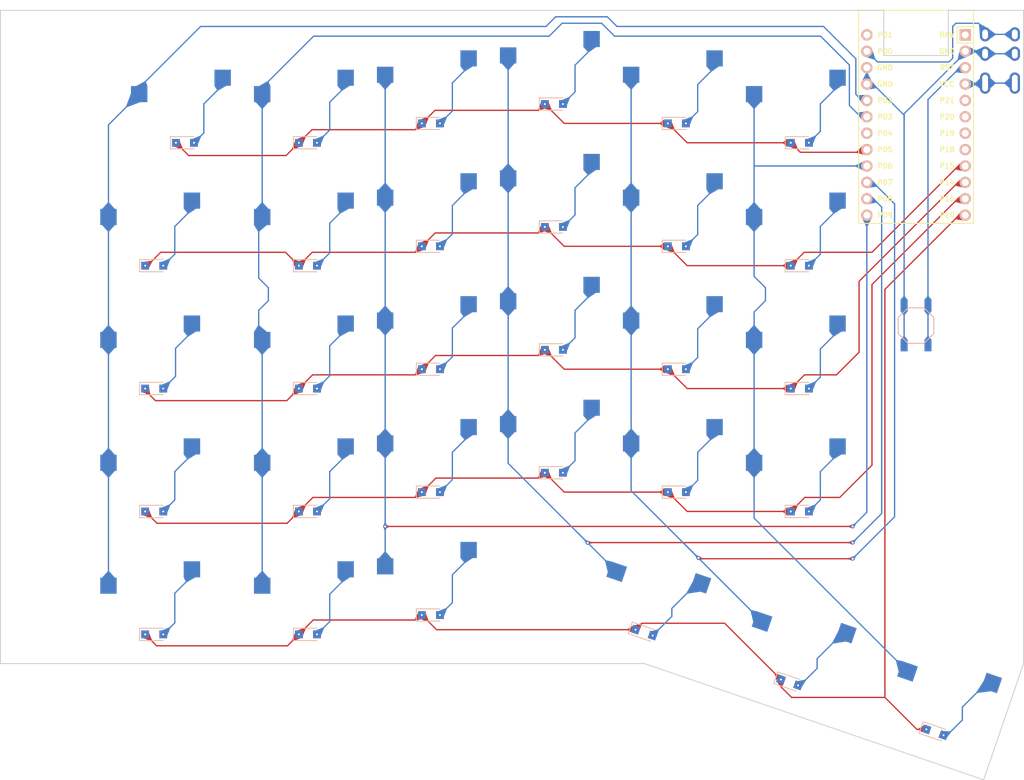
<source format=kicad_pcb>
(kicad_pcb (version 20240108) (generator "pcbnew") (generator_version "8.0")
  (title_block (title "left") (date "2025-06-02") (rev "v1.0.0") (company "Unknown"))
  (layers (0 "F.Cu" signal) (31 "B.Cu" signal) (34 "B.Paste" user) (35 "F.Paste" user) (36 "B.SilkS" user "B.Silkscreen") (37 "F.SilkS" user "F.Silkscreen") (38 "B.Mask" user) (39 "F.Mask" user) (44 "Edge.Cuts" user))
  (net 0 "")
  (net 1 "zero_meta")
  (net 2 "P10")
  (net 3 "zero_bottom")
  (net 4 "P16")
  (net 5 "zero_home")
  (net 6 "P14")
  (net 7 "zero_top")
  (net 8 "P15")
  (net 9 "zero_number")
  (net 10 "P5")
  (net 11 "one_meta")
  (net 12 "one_bottom")
  (net 13 "one_home")
  (net 14 "one_top")
  (net 15 "one_number")
  (net 16 "two_meta")
  (net 17 "two_bottom")
  (net 18 "two_home")
  (net 19 "two_top")
  (net 20 "two_number")
  (net 21 "three_bottom")
  (net 22 "three_home")
  (net 23 "three_top")
  (net 24 "three_number")
  (net 25 "four_bottom")
  (net 26 "four_home")
  (net 27 "four_top")
  (net 28 "four_number")
  (net 29 "five_bottom")
  (net 30 "five_home")
  (net 31 "five_top")
  (net 32 "five_number")
  (net 33 "three_meta")
  (net 34 "four_meta")
  (net 35 "five_meta")
  (net 36 "P2")
  (net 37 "P3")
  (net 38 "P9")
  (net 39 "P8")
  (net 40 "P7")
  (net 41 "P6")
  (net 42 "RAW")
  (net 43 "GND")
  (net 44 "RST")
  (net 45 "VCC")
  (net 46 "P21")
  (net 47 "P20")
  (net 48 "P19")
  (net 49 "P18")
  (net 50 "P1")
  (net 51 "P0")
  (net 52 "P4")
  (footprint "E73:SW_TACT_ALPS_SKQGABE010" (layer "F.Cu") (at 181.825 148.8625 90)
    (property "Reference" "B1" (hide yes))
    (property "Value" "" (hide yes))
  )
  (footprint "Diode_SMD:Nexperia_CFP3_SOD-123W" (layer "F.Cu") (at 106.675 193.725)
    (property "Reference" "D11" (hide yes))
    (property "Value" "Nexperia_CFP3_SOD-123W" (hide yes))
  )
  (footprint "MX" (layer "F.Cu") (at 125.725 109.525)
    (property "Reference" "S19" (hide yes))
    (property "Value" "" (hide yes))
  )
  (footprint "Diode_SMD:Nexperia_CFP3_SOD-123W" (layer "F.Cu") (at 125.725 133.575)
    (property "Reference" "D18" (hide yes))
    (property "Value" "Nexperia_CFP3_SOD-123W" (hide yes))
  )
  (footprint "Diode_SMD:Nexperia_CFP3_SOD-123W" (layer "F.Cu") (at 87.625 158.625)
    (property "Reference" "D8" (hide yes))
    (property "Value" "Nexperia_CFP3_SOD-123W" (hide yes))
  )
  (footprint "ceoloide:mounting_hole_npth" (layer "F.Cu") (at 154.975 144.1)
    (property "Reference" "MH3" (hide yes))
    (property "Value" "")
  )
  (footprint "Diode_SMD:Nexperia_CFP3_SOD-123W" (layer "F.Cu") (at 63.8125 196.725)
    (property "Reference" "D1" (hide yes))
    (property "Value" "Nexperia_CFP3_SOD-123W" (hide yes))
  )
  (footprint "MX" (layer "F.Cu") (at 106.675 150.625)
    (property "Reference" "S13" (hide yes))
    (property "Value" "" (hide yes))
  )
  (footprint "MX" (layer "F.Cu") (at 87.625 153.625)
    (property "Reference" "S8" (hide yes))
    (property "Value" "" (hide yes))
  )
  (footprint "Diode_SMD:Nexperia_CFP3_SOD-123W" (layer "F.Cu") (at 144.775 117.525)
    (property "Reference" "D23" (hide yes))
    (property "Value" "Nexperia_CFP3_SOD-123W" (hide yes))
  )
  (footprint "MX" (layer "F.Cu") (at 163.825 115.525)
    (property "Reference" "S27" (hide yes))
    (property "Value" "" (hide yes))
  )
  (footprint "MX" (layer "F.Cu") (at 106.675 169.675)
    (property "Reference" "S12" (hide yes))
    (property "Value" "" (hide yes))
  )
  (footprint "MX" (layer "F.Cu") (at 125.725 128.575)
    (property "Reference" "S18" (hide yes))
    (property "Value" "" (hide yes))
  )
  (footprint "MX" (layer "F.Cu") (at 63.8125 191.725)
    (property "Reference" "S1" (hide yes))
    (property "Value" "" (hide yes))
  )
  (footprint "Diode_SMD:Nexperia_CFP3_SOD-123W" (layer "F.Cu") (at 87.625 177.675)
    (property "Reference" "D7" (hide yes))
    (property "Value" "Nexperia_CFP3_SOD-123W" (hide yes))
  )
  (footprint "MX" (layer "F.Cu") (at 63.8125 153.625)
    (property "Reference" "S3" (hide yes))
    (property "Value" "" (hide yes))
  )
  (footprint "Diode_SMD:Nexperia_CFP3_SOD-123W" (layer "F.Cu") (at 125.725 171.675)
    (property "Reference" "D16" (hide yes))
    (property "Value" "Nexperia_CFP3_SOD-123W" (hide yes))
  )
  (footprint "Diode_SMD:Nexperia_CFP3_SOD-123W" (layer "F.Cu") (at 125.725 152.625)
    (property "Reference" "D17" (hide yes))
    (property "Value" "Nexperia_CFP3_SOD-123W" (hide yes))
  )
  (footprint "MX" (layer "F.Cu") (at 63.8125 134.575)
    (property "Reference" "S4" (hide yes))
    (property "Value" "" (hide yes))
  )
  (footprint "Diode_SMD:Nexperia_CFP3_SOD-123W" (layer "F.Cu") (at 184.753929 211.900945 -18.925)
    (property "Reference" "D30" (hide yes))
    (property "Value" "Nexperia_CFP3_SOD-123W" (hide yes))
  )
  (footprint "MX" (layer "F.Cu") (at 163.85029 199.448113 -18.925)
    (property "Reference" "S29" (hide yes))
    (property "Value" "" (hide yes))
  )
  (footprint "Diode_SMD:Nexperia_CFP3_SOD-123W" (layer "F.Cu") (at 163.825 177.675)
    (property "Reference" "D24" (hide yes))
    (property "Value" "Nexperia_CFP3_SOD-123W" (hide yes))
  )
  (footprint "MX" (layer "F.Cu") (at 125.725 147.625)
    (property "Reference" "S17" (hide yes))
    (property "Value" "" (hide yes))
  )
  (footprint "Diode_SMD:Nexperia_CFP3_SOD-123W" (layer "F.Cu") (at 163.825 120.525)
    (property "Reference" "D27" (hide yes))
    (property "Value" "Nexperia_CFP3_SOD-123W" (hide yes))
  )
  (footprint "MX" (layer "F.Cu") (at 144.775 131.575)
    (property "Reference" "S22" (hide yes))
    (property "Value" "" (hide yes))
  )
  (footprint "Diode_SMD:Nexperia_CFP3_SOD-123W" (layer "F.Cu") (at 68.575 120.525)
    (property "Reference" "D5" (hide yes))
    (property "Value" "Nexperia_CFP3_SOD-123W" (hide yes))
  )
  (footprint "MX" (layer "F.Cu") (at 87.625 191.725)
    (property "Reference" "S6" (hide yes))
    (property "Value" "" (hide yes))
  )
  (footprint "Diode_SMD:Nexperia_CFP3_SOD-123W" (layer "F.Cu") (at 144.775 136.575)
    (property "Reference" "D22" (hide yes))
    (property "Value" "Nexperia_CFP3_SOD-123W" (hide yes))
  )
  (footprint "MX" (layer "F.Cu") (at 144.775 150.625)
    (property "Reference" "S21" (hide yes))
    (property "Value" "" (hide yes))
  )
  (footprint "Diode_SMD:Nexperia_CFP3_SOD-123W" (layer "F.Cu") (at 106.675 136.575)
    (property "Reference" "D14" (hide yes))
    (property "Value" "Nexperia_CFP3_SOD-123W" (hide yes))
  )
  (footprint "ProMicro" (layer "F.Cu") (at 181.825 117.775 -90)
    (property "Reference" "MCU1" (hide yes))
    (property "Value" "" (hide yes))
  )
  (footprint "MX" (layer "F.Cu") (at 87.625 172.675)
    (property "Reference" "S7" (hide yes))
    (property "Value" "" (hide yes))
  )
  (footprint "MX" (layer "F.Cu") (at 106.675 131.575)
    (property "Reference" "S14" (hide yes))
    (property "Value" "" (hide yes))
  )
  (footprint "Diode_SMD:Nexperia_CFP3_SOD-123W" (layer "F.Cu") (at 87.625 196.725)
    (property "Reference" "D6" (hide yes))
    (property "Value" "Nexperia_CFP3_SOD-123W" (hide yes))
  )
  (footprint "MX" (layer "F.Cu") (at 163.825 153.625)
    (property "Reference" "S25" (hide yes))
    (property "Value" "" (hide yes))
  )
  (footprint "Diode_SMD:Nexperia_CFP3_SOD-123W" (layer "F.Cu") (at 125.725 114.525)
    (property "Reference" "D19" (hide yes))
    (property "Value" "Nexperia_CFP3_SOD-123W" (hide yes))
  )
  (footprint "MX" (layer "F.Cu") (at 186.37558 207.171226 -18.925)
    (property "Reference" "S30" (hide yes))
    (property "Value" "" (hide yes))
  )
  (footprint "MX" (layer "F.Cu") (at 163.825 134.575)
    (property "Reference" "S26" (hide yes))
    (property "Value" "" (hide yes))
  )
  (footprint "MX" (layer "F.Cu") (at 125.725 166.675)
    (property "Reference" "S16" (hide yes))
    (property "Value" "" (hide yes))
  )
  (footprint "Diode_SMD:Nexperia_CFP3_SOD-123W" (layer "F.Cu") (at 106.675 117.525)
    (property "Reference" "D15" (hide yes))
    (property "Value" "Nexperia_CFP3_SOD-123W" (hide yes))
  )
  (footprint "Diode_SMD:Nexperia_CFP3_SOD-123W" (layer "F.Cu") (at 144.775 155.625)
    (property "Reference" "D21" (hide yes))
    (property "Value" "Nexperia_CFP3_SOD-123W" (hide yes))
  )
  (footprint "Diode_SMD:Nexperia_CFP3_SOD-123W" (layer "F.Cu") (at 63.8125 177.675)
    (property "Reference" "D2" (hide yes))
    (property "Value" "Nexperia_CFP3_SOD-123W" (hide yes))
  )
  (footprint "ceoloide:mounting_hole_npth" (layer "F.Cu") (at 78.125 144.1)
    (property "Reference" "MH1" (hide yes))
    (property "Value" "")
  )
  (footprint "Diode_SMD:Nexperia_CFP3_SOD-123W" (layer "F.Cu") (at 63.8125 158.625)
    (property "Reference" "D3" (hide yes))
    (property "Value" "Nexperia_CFP3_SOD-123W" (hide yes))
  )
  (footprint "MX" (layer "F.Cu") (at 87.625 134.575)
    (property "Reference" "S9" (hide yes))
    (property "Value" "" (hide yes))
  )
  (footprint "Diode_SMD:Nexperia_CFP3_SOD-123W" (layer "F.Cu") (at 144.775 174.675)
    (property "Reference" "D20" (hide yes))
    (property "Value" "Nexperia_CFP3_SOD-123W" (hide yes))
  )
  (footprint "Diode_SMD:Nexperia_CFP3_SOD-123W" (layer "F.Cu") (at 163.825 139.575)
    (property "Reference" "D26" (hide yes))
    (property "Value" "Nexperia_CFP3_SOD-123W" (hide yes))
  )
  (footprint "Diode_SMD:Nexperia_CFP3_SOD-123W" (layer "F.Cu") (at 162.228639 204.177833 -18.925)
    (property "Reference" "D29" (hide yes))
    (property "Value" "Nexperia_CFP3_SOD-123W" (hide yes))
  )
  (footprint "Diode_SMD:Nexperia_CFP3_SOD-123W" (layer "F.Cu") (at 63.8125 139.575)
    (property "Reference" "D4" (hide yes))
    (property "Value" "Nexperia_CFP3_SOD-123W" (hide yes))
  )
  (footprint "MX" (layer "F.Cu") (at 68.575 115.525)
    (property "Reference" "S5" (hide yes))
    (property "Value" "" (hide yes))
  )
  (footprint "Diode_SMD:Nexperia_CFP3_SOD-123W" (layer "F.Cu") (at 139.703349 196.45472 -18.925)
    (property "Reference" "D28" (hide yes))
    (property "Value" "Nexperia_CFP3_SOD-123W" (hide yes))
  )
  (footprint "MX" (layer "F.Cu") (at 87.625 115.525)
    (property "Reference" "S10" (hide yes))
    (property "Value" "" (hide yes))
  )
  (footprint "ceoloide:mounting_hole_npth" (layer "F.Cu") (at 115.575 160.15)
    (property "Reference" "MH2" (hide yes))
    (property "Value" "")
  )
  (footprint "Diode_SMD:Nexperia_CFP3_SOD-123W" (layer "F.Cu") (at 106.675 155.625)
    (property "Reference" "D13" (hide yes))
    (property "Value" "Nexperia_CFP3_SOD-123W" (hide yes))
  )
  (footprint "MX" (layer "F.Cu") (at 63.8125 172.675)
    (property "Reference" "S2" (hide yes))
    (property "Value" "" (hide yes))
  )
  (footprint "MX" (layer "F.Cu") (at 141.325 191.725 -18.925)
    (property "Reference" "S28" (hide yes))
    (property "Value" "" (hide yes))
  )
  (footprint "MX" (layer "F.Cu") (at 144.775 112.525)
    (property "Reference" "S23" (hide yes))
    (property "Value" "" (hide yes))
  )
  (footprint "Diode_SMD:Nexperia_CFP3_SOD-123W" (layer "F.Cu") (at 87.625 120.525)
    (property "Reference" "D10" (hide yes))
    (property "Value" "Nexperia_CFP3_SOD-123W" (hide yes))
  )
  (footprint "Diode_SMD:Nexperia_CFP3_SOD-123W" (layer "F.Cu") (at 106.675 174.675)
    (property "Reference" "D12" (hide yes))
    (property "Value" "Nexperia_CFP3_SOD-123W" (hide yes))
  )
  (footprint "Diode_SMD:Nexperia_CFP3_SOD-123W" (layer "F.Cu") (at 163.825 158.625)
    (property "Reference" "D25" (hide yes))
    (property "Value" "Nexperia_CFP3_SOD-123W" (hide yes))
  )
  (footprint "Diode_SMD:Nexperia_CFP3_SOD-123W" (layer "F.Cu") (at 87.625 139.575)
    (property "Reference" "D9" (hide yes))
    (property "Value" "Nexperia_CFP3_SOD-123W" (hide yes))
  )
  (footprint "MX" (layer "F.Cu") (at 106.675 188.725)
    (property "Reference" "S11" (hide yes))
    (property "Value" "" (hide yes))
  )
  (footprint "MX" (layer "F.Cu") (at 144.775 169.675)
    (property "Reference" "S20" (hide yes))
    (property "Value" "" (hide yes))
  )
  (footprint "MX" (layer "F.Cu") (at 106.675 112.525)
    (property "Reference" "S15" (hide yes))
    (property "Value" "" (hide yes))
  )
  (footprint "MX" (layer "F.Cu") (at 163.825 172.675)
    (property "Reference" "S24" (hide yes))
    (property "Value" "" (hide yes))
  )
  (footprint "ceoloide:trrs_pj320a (reversible, symmetric)" (layer "B.Cu") (at 194.825 100.525)
    (property "Reference" "TRRS1" (hide yes))
    (property "Value" "")
  )
  (gr_line (start 186.825 107) (end 186.825 100) (stroke (width 0.15)) (layer "Edge.Cuts"))
  (gr_line (start 198.475 201.25) (end 198.473906 201.25) (stroke (width 0.15)) (layer "Edge.Cuts"))
  (gr_line (start 176.825 107) (end 186.825 107) (stroke (width 0.15)) (layer "Edge.Cuts"))
  (gr_line (start 40 100) (end 176.825 100) (stroke (width 0.15)) (layer "Edge.Cuts"))
  (gr_line (start 139.737469 201.25) (end 174.276219 213.092096) (stroke (width 0.15)) (layer "Edge.Cuts"))
  (gr_line (start 186.825 100) (end 198.475 100) (stroke (width 0.15)) (layer "Edge.Cuts"))
  (gr_line (start 192.296451 219.270587) (end 198.474941 201.250355) (stroke (width 0.15)) (layer "Edge.Cuts"))
  (gr_line (start 198.475 100) (end 198.475 201.25) (stroke (width 0.15)) (layer "Edge.Cuts"))
  (gr_line (start 174.276219 213.092097) (end 192.296451 219.270587) (stroke (width 0.15)) (layer "Edge.Cuts"))
  (gr_line (start 198.473906 201.25) (end 198.474941 201.250355) (stroke (width 0.15)) (layer "Edge.Cuts"))
  (gr_line (start 176.825 100) (end 176.825 107) (stroke (width 0.15)) (layer "Edge.Cuts"))
  (gr_line (start 40 201.25) (end 40 100) (stroke (width 0.15)) (layer "Edge.Cuts"))
  (gr_line (start 40 201.25) (end 139.737469 201.25) (stroke (width 0.15)) (layer "Edge.Cuts"))
  (segment (start 67 190.354793) (end 69.6545 187.700293) (width 0.2) (layer "B.Cu") (net 1))
  (segment (start 65.2125 196.725) (end 67 194.9375) (width 0.2) (layer "B.Cu") (net 1))
  (segment (start 67 194.9375) (end 67 190.354793) (width 0.2) (layer "B.Cu") (net 1))
  (segment (start 62.4125 196.725) (end 64.1875 198.5) (width 0.2) (layer "F.Cu") (net 2))
  (segment (start 188.505 131.745) (end 189.255 131.745) (width 0.2) (layer "F.Cu") (net 2))
  (segment (start 152.180546 195) (end 160.904317 203.723771) (width 0.2) (layer "F.Cu") (net 2))
  (segment (start 88.45 194.5) (end 104.5 194.5) (width 0.2) (layer "F.Cu") (net 2))
  (segment (start 181.946883 211.446883) (end 183.429607 211.446883) (width 0.2) (layer "F.Cu") (net 2))
  (segment (start 107.550658 196.000658) (end 138.379027 196.000658) (width 0.2) (layer "F.Cu") (net 2))
  (segment (start 64.1875 198.5) (end 84.5 198.5) (width 0.2) (layer "F.Cu") (net 2))
  (segment (start 162.545137 206.5) (end 177 206.5) (width 0.2) (layer "F.Cu") (net 2))
  (segment (start 105.275 193.725) (end 107.550658 196.000658) (width 0.2) (layer "F.Cu") (net 2))
  (segment (start 84.5 198.45) (end 86.225 196.725) (width 0.2) (layer "F.Cu") (net 2))
  (segment (start 104.5 194.5) (end 105.275 193.725) (width 0.2) (layer "F.Cu") (net 2))
  (segment (start 138.379027 196.000658) (end 139.379685 195) (width 0.2) (layer "F.Cu") (net 2))
  (segment (start 86.225 196.725) (end 88.45 194.5) (width 0.2) (layer "F.Cu") (net 2))
  (segment (start 84.5 198.5) (end 84.5 198.45) (width 0.2) (layer "F.Cu") (net 2))
  (segment (start 139.379685 195) (end 152.180546 195) (width 0.2) (layer "F.Cu") (net 2))
  (segment (start 160.904317 203.723771) (end 160.904317 204.85918) (width 0.2) (layer "F.Cu") (net 2))
  (segment (start 160.904317 204.85918) (end 162.545137 206.5) (width 0.2) (layer "F.Cu") (net 2))
  (segment (start 177 143.25) (end 177 206.5) (width 0.2) (layer "F.Cu") (net 2))
  (segment (start 177 206.5) (end 181.946883 211.446883) (width 0.2) (layer "F.Cu") (net 2))
  (segment (start 177 143.25) (end 188.505 131.745) (width 0.2) (layer "F.Cu") (net 2))
  (segment (start 67 175.8875) (end 67 171.5) (width 0.2) (layer "B.Cu") (net 3))
  (segment (start 65.2125 177.675) (end 67 175.8875) (width 0.2) (layer "B.Cu") (net 3))
  (segment (start 67 171.5) (end 69.6545 168.8455) (width 0.2) (layer "B.Cu") (net 3))
  (segment (start 69.6545 168.8455) (end 69.6545 167.595) (width 0.2) (layer "B.Cu") (net 3))
  (segment (start 88.4 175.5) (end 104.45 175.5) (width 0.2) (layer "F.Cu") (net 4))
  (segment (start 143.375 174.675) (end 146.375 177.675) (width 0.2) (layer "F.Cu") (net 4))
  (segment (start 105.275 174.675) (end 107.45 172.5) (width 0.2) (layer "F.Cu") (net 4))
  (segment (start 162.425 177.675) (end 164.6 175.5) (width 0.2) (layer "F.Cu") (net 4))
  (segment (start 84.4 179.5) (end 86.225 177.675) (width 0.2) (layer "F.Cu") (net 4))
  (segment (start 62.4125 177.675) (end 64.2375 179.5) (width 0.2) (layer "F.Cu") (net 4))
  (segment (start 175 142.5) (end 188.295 129.205) (width 0.2) (layer "F.Cu") (net 4))
  (segment (start 127.325 174.675) (end 143.375 174.675) (width 0.2) (layer "F.Cu") (net 4))
  (segment (start 123.5 172.5) (end 124.325 171.675) (width 0.2) (layer "F.Cu") (net 4))
  (segment (start 124.325 171.675) (end 127.325 174.675) (width 0.2) (layer "F.Cu") (net 4))
  (segment (start 86.225 177.675) (end 88.4 175.5) (width 0.2) (layer "F.Cu") (net 4))
  (segment (start 170 175.5) (end 175 170.5) (width 0.2) (layer "F.Cu") (net 4))
  (segment (start 146.375 177.675) (end 162.425 177.675) (width 0.2) (layer "F.Cu") (net 4))
  (segment (start 164.6 175.5) (end 170 175.5) (width 0.2) (layer "F.Cu") (net 4))
  (segment (start 104.45 175.5) (end 105.275 174.675) (width 0.2) (layer "F.Cu") (net 4))
  (segment (start 188.295 129.205) (end 189.445 129.205) (width 0.2) (layer "F.Cu") (net 4))
  (segment (start 64.2375 179.5) (end 84.4 179.5) (width 0.2) (layer "F.Cu") (net 4))
  (segment (start 175 170.5) (end 175 142.5) (width 0.2) (layer "F.Cu") (net 4))
  (segment (start 107.45 172.5) (end 123.5 172.5) (width 0.2) (layer "F.Cu") (net 4))
  (segment (start 69.6545 149.8455) (end 69.6545 148.545) (width 0.2) (layer "B.Cu") (net 5))
  (segment (start 67.118795 156.718705) (end 67.118795 152.381205) (width 0.2) (layer "B.Cu") (net 5))
  (segment (start 67.118795 152.381205) (end 69.6545 149.8455) (width 0.2) (layer "B.Cu") (net 5))
  (segment (start 65.2125 158.625) (end 67.118795 156.718705) (width 0.2) (layer "B.Cu") (net 5))
  (segment (start 86.225 158.625) (end 88.35 156.5) (width 0.2) (layer "F.Cu") (net 6))
  (segment (start 64 160.5) (end 84.35 160.5) (width 0.2) (layer "F.Cu") (net 6))
  (segment (start 123.45 153.5) (end 124.325 152.625) (width 0.2) (layer "F.Cu") (net 6))
  (segment (start 164.55 156.5) (end 169.5 156.5) (width 0.2) (layer "F.Cu") (net 6))
  (segment (start 169.5 156.5) (end 173 153) (width 0.2) (layer "F.Cu") (net 6))
  (segment (start 173 142) (end 188.335 126.665) (width 0.2) (layer "F.Cu") (net 6))
  (segment (start 88.35 156.5) (end 104.4 156.5) (width 0.2) (layer "F.Cu") (net 6))
  (segment (start 104.4 156.5) (end 105.275 155.625) (width 0.2) (layer "F.Cu") (net 6))
  (segment (start 105.275 155.625) (end 107.4 153.5) (width 0.2) (layer "F.Cu") (net 6))
  (segment (start 107.4 153.5) (end 123.45 153.5) (width 0.2) (layer "F.Cu") (net 6))
  (segment (start 127.325 155.625) (end 143.375 155.625) (width 0.2) (layer "F.Cu") (net 6))
  (segment (start 173 153) (end 173 142) (width 0.2) (layer "F.Cu") (net 6))
  (segment (start 162.425 158.625) (end 164.55 156.5) (width 0.2) (layer "F.Cu") (net 6))
  (segment (start 188.335 126.665) (end 189.445 126.665) (width 0.2) (layer "F.Cu") (net 6))
  (segment (start 84.35 160.5) (end 86.225 158.625) (width 0.2) (layer "F.Cu") (net 6))
  (segment (start 143.375 155.625) (end 146.375 158.625) (width 0.2) (layer "F.Cu") (net 6))
  (segment (start 146.375 158.625) (end 162.425 158.625) (width 0.2) (layer "F.Cu") (net 6))
  (segment (start 62.4125 158.9125) (end 64 160.5) (width 0.2) (layer "F.Cu") (net 6))
  (segment (start 124.325 152.625) (end 127.325 155.625) (width 0.2) (layer "F.Cu") (net 6))
  (segment (start 67 133.5) (end 69.6545 130.8455) (width 0.2) (layer "B.Cu") (net 7))
  (segment (start 65.2125 139.575) (end 67 137.7875) (width 0.2) (layer "B.Cu") (net 7))
  (segment (start 69.6545 130.8455) (end 69.6545 129.495) (width 0.2) (layer "B.Cu") (net 7))
  (segment (start 67 137.7875) (end 67 133.5) (width 0.2) (layer "B.Cu") (net 7))
  (segment (start 162.425 139.575) (end 164.5 137.5) (width 0.2) (layer "F.Cu") (net 8))
  (segment (start 175 137.5) (end 188.375 124.125) (width 0.2) (layer "F.Cu") (net 8))
  (segment (start 164.5 137.5) (end 175 137.5) (width 0.2) (layer "F.Cu") (net 8))
  (segment (start 84.15 137.5) (end 86.225 139.575) (width 0.2) (layer "F.Cu") (net 8))
  (segment (start 188.375 124.125) (end 189.445 124.125) (width 0.2) (layer "F.Cu") (net 8))
  (segment (start 86.225 139.575) (end 88.3 137.5) (width 0.2) (layer "F.Cu") (net 8))
  (segment (start 143.375 136.575) (end 146.375 139.575) (width 0.2) (layer "F.Cu") (net 8))
  (segment (start 146.375 139.575) (end 162.425 139.575) (width 0.2) (layer "F.Cu") (net 8))
  (segment (start 124.325 133.575) (end 127.325 136.575) (width 0.2) (layer "F.Cu") (net 8))
  (segment (start 62.4125 139.9125) (end 64.825 137.5) (width 0.2) (layer "F.Cu") (net 8))
  (segment (start 127.325 136.575) (end 143.375 136.575) (width 0.2) (layer "F.Cu") (net 8))
  (segment (start 105.275 136.575) (end 107.35 134.5) (width 0.2) (layer "F.Cu") (net 8))
  (segment (start 88.3 137.5) (end 104.35 137.5) (width 0.2) (layer "F.Cu") (net 8))
  (segment (start 107.35 134.5) (end 123.4 134.5) (width 0.2) (layer "F.Cu") (net 8))
  (segment (start 104.35 137.5) (end 105.275 136.575) (width 0.2) (layer "F.Cu") (net 8))
  (segment (start 123.4 134.5) (end 124.325 133.575) (width 0.2) (layer "F.Cu") (net 8))
  (segment (start 64.825 137.5) (end 84.15 137.5) (width 0.2) (layer "F.Cu") (net 8))
  (segment (start 71.5 119) (end 71.5 114.5) (width 0.2) (layer "B.Cu") (net 9))
  (segment (start 71.5 114.5) (end 74.417 111.583) (width 0.2) (layer "B.Cu") (net 9))
  (segment (start 69.975 120.525) (end 71.5 119) (width 0.2) (layer "B.Cu") (net 9))
  (segment (start 124.325 114.525) (end 127.325 117.525) (width 0.2) (layer "F.Cu") (net 10))
  (segment (start 143.375 117.525) (end 146.375 120.525) (width 0.2) (layer "F.Cu") (net 10))
  (segment (start 69.15 122.5) (end 84.25 122.5) (width 0.2) (layer "F.Cu") (net 10))
  (segment (start 173.085 122) (end 173.5 121.585) (width 0.2) (layer "F.Cu") (net 10))
  (segment (start 163.9 122) (end 173.085 122) (width 0.2) (layer "F.Cu") (net 10))
  (segment (start 162.425 120.525) (end 163.9 122) (width 0.2) (layer "F.Cu") (net 10))
  (segment (start 88.25 118.5) (end 104.3 118.5) (width 0.2) (layer "F.Cu") (net 10))
  (segment (start 123.35 115.5) (end 124.325 114.525) (width 0.2) (layer "F.Cu") (net 10))
  (segment (start 107.3 115.5) (end 123.35 115.5) (width 0.2) (layer "F.Cu") (net 10))
  (segment (start 127.325 117.525) (end 143.375 117.525) (width 0.2) (layer "F.Cu") (net 10))
  (segment (start 84.25 122.5) (end 86.225 120.525) (width 0.2) (layer "F.Cu") (net 10))
  (segment (start 173.5 121.585) (end 174.205 121.585) (width 0.2) (layer "F.Cu") (net 10))
  (segment (start 105.275 117.525) (end 107.3 115.5) (width 0.2) (layer "F.Cu") (net 10))
  (segment (start 104.3 118.5) (end 105.275 117.525) (width 0.2) (layer "F.Cu") (net 10))
  (segment (start 67.175 120.525) (end 69.15 122.5) (width 0.2) (layer "F.Cu") (net 10))
  (segment (start 146.375 120.525) (end 162.425 120.525) (width 0.2) (layer "F.Cu") (net 10))
  (segment (start 86.225 120.525) (end 88.25 118.5) (width 0.2) (layer "F.Cu") (net 10))
  (segment (start 93.467 188.033) (end 91 190.5) (width 0.2) (layer "B.Cu") (net 11))
  (segment (start 93.467 187.589) (end 93.467 188.033) (width 0.2) (layer "B.Cu") (net 11))
  (segment (start 91 190.5) (end 91 194.75) (width 0.2) (layer "B.Cu") (net 11))
  (segment (start 91 194.75) (end 89.025 196.725) (width 0.2) (layer "B.Cu") (net 11))
  (segment (start 91 175.7) (end 89.025 177.675) (width 0.2) (layer "B.Cu") (net 12))
  (segment (start 93.467 167.595) (end 93.467 169.033) (width 0.2) (layer "B.Cu") (net 12))
  (segment (start 91 171.5) (end 91 175.7) (width 0.2) (layer "B.Cu") (net 12))
  (segment (start 93.467 169.033) (end 91 171.5) (width 0.2) (layer "B.Cu") (net 12))
  (segment (start 93.467 149.533) (end 91 152) (width 0.2) (layer "B.Cu") (net 13))
  (segment (start 91 156.65) (end 89.025 158.625) (width 0.2) (layer "B.Cu") (net 13))
  (segment (start 91 152) (end 91 156.65) (width 0.2) (layer "B.Cu") (net 13))
  (segment (start 93.467 130.533) (end 91 133) (width 0.2) (layer "B.Cu") (net 14))
  (segment (start 91 137.6) (end 89.025 139.575) (width 0.2) (layer "B.Cu") (net 14))
  (segment (start 91 133) (end 91 137.6) (width 0.2) (layer "B.Cu") (net 14))
  (segment (start 93.467 110.445) (end 93.467 111.774194) (width 0.2) (layer "B.Cu") (net 15))
  (segment (start 91 114.241194) (end 91 118.55) (width 0.2) (layer "B.Cu") (net 15))
  (segment (start 91 118.55) (end 89.025 120.525) (width 0.2) (layer "B.Cu") (net 15))
  (segment (start 93.467 111.774194) (end 91 114.241194) (width 0.2) (layer "B.Cu") (net 15))
  (segment (start 112.517 184.983) (end 112.517 183.645) (width 0.2) (layer "B.Cu") (net 16))
  (segment (start 108.075 193.725) (end 110 191.8) (width 0.2) (layer "B.Cu") (net 16))
  (segment (start 110 191.8) (end 110 187.5) (width 0.2) (layer "B.Cu") (net 16))
  (segment (start 110 187.5) (end 112.517 184.983) (width 0.2) (layer "B.Cu") (net 16))
  (segment (start 110 168.5) (end 110 172.75) (width 0.2) (layer "B.Cu") (net 17))
  (segment (start 112.517 164.595) (end 112.517 165.983) (width 0.2) (layer "B.Cu") (net 17))
  (segment (start 110 172.75) (end 108.075 174.675) (width 0.2) (layer "B.Cu") (net 17))
  (segment (start 112.517 165.983) (end 110 168.5) (width 0.2) (layer "B.Cu") (net 17))
  (segment (start 110 153.7) (end 110 149.25) (width 0.2) (layer "B.Cu") (net 18))
  (segment (start 108.075 155.625) (end 110 153.7) (width 0.2) (layer "B.Cu") (net 18))
  (segment (start 110 149.25) (end 112.517 146.733) (width 0.2) (layer "B.Cu") (net 18))
  (segment (start 112.517 146.733) (end 112.517 145.545) (width 0.2) (layer "B.Cu") (net 18))
  (segment (start 108.075 136.575) (end 110 134.65) (width 0.2) (layer "B.Cu") (net 19))
  (segment (start 112.517 127.733) (end 112.517 126.495) (width 0.2) (layer "B.Cu") (net 19))
  (segment (start 110 130.25) (end 112.517 127.733) (width 0.2) (layer "B.Cu") (net 19))
  (segment (start 110 134.65) (end 110 130.25) (width 0.2) (layer "B.Cu") (net 19))
  (segment (start 110 115.6) (end 110 111.257388) (width 0.2) (layer "B.Cu") (net 20))
  (segment (start 112.517 108.740388) (end 112.517 107.445) (width 0.2) (layer "B.Cu") (net 20))
  (segment (start 108.075 117.525) (end 110 115.6) (width 0.2) (layer "B.Cu") (net 20))
  (segment (start 110 111.257388) (end 112.517 108.740388) (width 0.2) (layer "B.Cu") (net 20))
  (segment (start 131.567 162.933) (end 129 165.5) (width 0.2) (layer "B.Cu") (net 21))
  (segment (start 131.567 161.595) (end 131.567 162.933) (width 0.2) (layer "B.Cu") (net 21))
  (segment (start 129 165.5) (end 129 169.8) (width 0.2) (layer "B.Cu") (net 21))
  (segment (start 129 169.8) (end 127.125 171.675) (width 0.2) (layer "B.Cu") (net 21))
  (segment (start 131.567 142.545) (end 131.567 143.933) (width 0.2) (layer "B.Cu") (net 22))
  (segment (start 129 150.75) (end 127.125 152.625) (width 0.2) (layer "B.Cu") (net 22))
  (segment (start 129 146.5) (end 129 150.75) (width 0.2) (layer "B.Cu") (net 22))
  (segment (start 131.567 143.933) (end 129 146.5) (width 0.2) (layer "B.Cu") (net 22))
  (segment (start 129 127.5) (end 129 131.7) (width 0.2) (layer "B.Cu") (net 23))
  (segment (start 131.567 123.495) (end 131.567 124.933) (width 0.2) (layer "B.Cu") (net 23))
  (segment (start 129 131.7) (end 127.125 133.575) (width 0.2) (layer "B.Cu") (net 23))
  (segment (start 131.567 124.933) (end 129 127.5) (width 0.2) (layer "B.Cu") (net 23))
  (segment (start 129 112.65) (end 127.125 114.525) (width 0.2) (layer "B.Cu") (net 24))
  (segment (start 129 108.5) (end 129 112.65) (width 0.2) (layer "B.Cu") (net 24))
  (segment (start 131.567 105.933) (end 129 108.5) (width 0.2) (layer "B.Cu") (net 24))
  (segment (start 131.567 104.445) (end 131.567 105.933) (width 0.2) (layer "B.Cu") (net 24))
  (segment (start 150.617 165.883) (end 150.617 164.595) (width 0.2) (layer "B.Cu") (net 25))
  (segment (start 148 172.85) (end 148 168.5) (width 0.2) (layer "B.Cu") (net 25))
  (segment (start 146.175 174.675) (end 148 172.85) (width 0.2) (layer "B.Cu") (net 25))
  (segment (start 148 168.5) (end 150.617 165.883) (width 0.2) (layer "B.Cu") (net 25))
  (segment (start 148 149.357388) (end 150.617 146.740388) (width 0.2) (layer "B.Cu") (net 26))
  (segment (start 150.617 146.740388) (end 150.617 145.545) (width 0.2) (layer "B.Cu") (net 26))
  (segment (start 148 153.8) (end 148 149.357388) (width 0.2) (layer "B.Cu") (net 26))
  (segment (start 146.175 155.625) (end 148 153.8) (width 0.2) (layer "B.Cu") (net 26))
  (segment (start 148 134.75) (end 148 130.25) (width 0.2) (layer "B.Cu") (net 27))
  (segment (start 148 130.25) (end 150.617 127.633) (width 0.2) (layer "B.Cu") (net 27))
  (segment (start 146.175 136.575) (end 148 134.75) (width 0.2) (layer "B.Cu") (net 27))
  (segment (start 148 115.7) (end 146.175 117.525) (width 0.2) (layer "B.Cu") (net 28))
  (segment (start 148 111.5) (end 148 115.7) (width 0.2) (layer "B.Cu") (net 28))
  (segment (start 150.617 108.883) (end 148 111.5) (width 0.2) (layer "B.Cu") (net 28))
  (segment (start 150.617 107.445) (end 150.617 108.883) (width 0.2) (layer "B.Cu") (net 28))
  (segment (start 169.667 168.833) (end 167 171.5) (width 0.2) (layer "B.Cu") (net 29))
  (segment (start 167 171.5) (end 167 175.9) (width 0.2) (layer "B.Cu") (net 29))
  (segment (start 169.667 167.595) (end 169.667 168.833) (width 0.2) (layer "B.Cu") (net 29))
  (segment (start 167 175.9) (end 165.225 177.675) (width 0.2) (layer "B.Cu") (net 29))
  (segment (start 165.225 158.625) (end 167 156.85) (width 0.2) (layer "B.Cu") (net 30))
  (segment (start 169.667 149.833) (end 169.667 148.545) (width 0.2) (layer "B.Cu") (net 30))
  (segment (start 167 152.5) (end 169.667 149.833) (width 0.2) (layer "B.Cu") (net 30))
  (segment (start 167 156.85) (end 167 152.5) (width 0.2) (layer "B.Cu") (net 30))
  (segment (start 165.225 139.575) (end 167 137.8) (width 0.2) (layer "B.Cu") (net 31))
  (segment (start 167 133.5) (end 169.667 130.833) (width 0.2) (layer "B.Cu") (net 31))
  (segment (start 167 137.8) (end 167 133.5) (width 0.2) (layer "B.Cu") (net 31))
  (segment (start 169.667 130.833) (end 169.667 129.495) (width 0.2) (layer "B.Cu") (net 31))
  (segment (start 167 118.75) (end 167 114.5) (width 0.2) (layer "B.Cu") (net 32))
  (segment (start 167 114.5) (end 169.667 111.833) (width 0.2) (layer "B.Cu") (net 32))
  (segment (start 165.225 120.525) (end 167 118.75) (width 0.2) (layer "B.Cu") (net 32))
  (segment (start 169.667 111.833) (end 169.667 110.445) (width 0.2) (layer "B.Cu") (net 32))
  (segment (start 141.027671 196.908782) (end 144 193.936453) (width 0.2) (layer "B.Cu") (net 33))
  (segment (start 144 193.936453) (end 144 192.703286) (width 0.2) (layer "B.Cu") (net 33))
  (segment (start 144 192.703286) (end 147.888944 188.814342) (width 0.2) (layer "B.Cu") (net 33))
  (segment (start 166.5 202) (end 166.5 200.5) (width 0.2) (layer "B.Cu") (net 34))
  (segment (start 166.5 200.5) (end 170.462545 196.537455) (width 0.2) (layer "B.Cu") (net 34))
  (segment (start 163.868105 204.631895) (end 166.5 202) (width 0.2) (layer "B.Cu") (net 34))
  (segment (start 186.644993 212.355007) (end 189 210) (width 0.2) (layer "B.Cu") (net 35))
  (segment (start 189 208) (end 192.739432 204.260568) (width 0.2) (layer "B.Cu") (net 35))
  (segment (start 189 210) (end 189 208) (width 0.2) (layer "B.Cu") (net 35))
  (segment (start 186.078251 212.355007) (end 186.644993 212.355007) (width 0.2) (layer "B.Cu") (net 35))
  (segment (start 71 102.5) (end 124.5 102.5) (width 0.2) (layer "B.Cu") (net 36))
  (segment (start 172.5 107.5) (end 172.5 113) (width 0.2) (layer "B.Cu") (net 36))
  (segment (start 167.5 102.5) (end 172.5 107.5) (width 0.2) (layer "B.Cu") (net 36))
  (segment (start 56.7275 189.185) (end 56.7275 170.135) (width 0.2) (layer "B.Cu") (net 36))
  (segment (start 61.49 112.01) (end 71 102.5) (width 0.2) (layer "B.Cu") (net 36))
  (segment (start 172.5 113) (end 173.465 113.965) (width 0.2) (layer "B.Cu") (net 36))
  (segment (start 126 101) (end 134 101) (width 0.2) (layer "B.Cu") (net 36))
  (segment (start 56.7275 117.7475) (end 61.465 113.01) (width 0.2) (layer "B.Cu") (net 36))
  (segment (start 56.7275 132.035) (end 56.7275 117.7475) (width 0.2) (layer "B.Cu") (net 36))
  (segment (start 135.5 102.5) (end 167.5 102.5) (width 0.2) (layer "B.Cu") (net 36))
  (segment (start 124.5 102.5) (end 126 101) (width 0.2) (layer "B.Cu") (net 36))
  (segment (start 56.7275 170.135) (end 56.7275 151.085) (width 0.2) (layer "B.Cu") (net 36))
  (segment (start 134 101) (end 135.5 102.5) (width 0.2) (layer "B.Cu") (net 36))
  (segment (start 56.7275 151.085) (end 56.7275 132.035) (width 0.2) (layer "B.Cu") (net 36))
  (segment (start 171.5 114.75) (end 173.255 116.505) (width 0.2) (layer "B.Cu") (net 37))
  (segment (start 173.255 116.505) (end 174.205 116.505) (width 0.2) (layer "B.Cu") (net 37))
  (segment (start 80.54 170.135) (end 80.54 189.185) (width 0.2) (layer "B.Cu") (net 37))
  (segment (start 125 104) (end 127 102) (width 0.2) (layer "B.Cu") (net 37))
  (segment (start 135.1235 104) (end 167.032843 104) (width 0.2) (layer "B.Cu") (net 37))
  (segment (start 167.032843 104) (end 171.5 108.467157) (width 0.2) (layer "B.Cu") (net 37))
  (segment (start 81.5 145) (end 80 146.5) (width 0.2) (layer "B.Cu") (net 37))
  (segment (start 80.54 112.985) (end 80.54 132.035) (width 0.2) (layer "B.Cu") (net 37))
  (segment (start 80 132.575) (end 80 141.5) (width 0.2) (layer "B.Cu") (net 37))
  (segment (start 171.5 108.467157) (end 171.5 114.75) (width 0.2) (layer "B.Cu") (net 37))
  (segment (start 127 102) (end 133.1235 102) (width 0.2) (layer "B.Cu") (net 37))
  (segment (start 88.5 104) (end 125 104) (width 0.2) (layer "B.Cu") (net 37))
  (segment (start 80 141.5) (end 81.5 143) (width 0.2) (layer "B.Cu") (net 37))
  (segment (start 80.54 151.085) (end 80.54 170.135) (width 0.2) (layer "B.Cu") (net 37))
  (segment (start 133.1235 102) (end 135.1235 104) (width 0.2) (layer "B.Cu") (net 37))
  (segment (start 81.5 143) (end 81.5 145) (width 0.2) (layer "B.Cu") (net 37))
  (segment (start 80.54 111.96) (end 88.5 104) (width 0.2) (layer "B.Cu") (net 37))
  (segment (start 80 146.5) (end 80 150.545) (width 0.2) (layer "B.Cu") (net 37))
  (segment (start 172 180) (end 99.59 180) (width 0.2) (layer "F.Cu") (net 38))
  (via (at 99.59 180) (size 0.6) (drill 0.3) (layers "F.Cu" "B.Cu") (net 38))
  (via (at 172 180) (size 0.6) (drill 0.3) (layers "F.Cu" "B.Cu") (net 38))
  (segment (start 99.59 129.035) (end 99.59 109.985) (width 0.2) (layer "B.Cu") (net 38))
  (segment (start 99.59 186.185) (end 99.59 180) (width 0.2) (layer "B.Cu") (net 38))
  (segment (start 172 180) (end 174.205 177.795) (width 0.2) (layer "B.Cu") (net 38))
  (segment (start 99.59 148.085) (end 99.59 129.035) (width 0.2) (layer "B.Cu") (net 38))
  (segment (start 99.59 180) (end 99.59 167.135) (width 0.2) (layer "B.Cu") (net 38))
  (segment (start 99.59 167.135) (end 99.59 148.085) (width 0.2) (layer "B.Cu") (net 38))
  (segment (start 174.205 177.795) (end 174.205 131.745) (width 0.2) (layer "B.Cu") (net 38))
  (segment (start 130.961181 182.538819) (end 131 182.5) (width 0.2) (layer "F.Cu") (net 39))
  (segment (start 131 182.5) (end 172 182.5) (width 0.2) (layer "F.Cu") (net 39))
  (via (at 172 182.5) (size 0.6) (drill 0.3) (layers "F.Cu" "B.Cu") (net 39))
  (via (at 130.961181 182.538819) (size 0.6) (drill 0.3) (layers "F.Cu" "B.Cu") (net 39))
  (segment (start 172 182.5) (end 176.5 178) (width 0.2) (layer "B.Cu") (net 39))
  (segment (start 118.64 170.217637) (end 129.461181 181.038819) (width 0.2) (layer "B.Cu") (net 39))
  (segment (start 118.64 106.985) (end 118.64 126.035) (width 0.2) (layer "B.Cu") (net 39))
  (segment (start 176.5 178) (end 176.5 130.5) (width 0.2) (layer "B.Cu") (net 39))
  (segment (start 175.205 129.205) (end 174.205 129.205) (width 0.2) (layer "B.Cu") (net 39))
  (segment (start 130.961181 182.538819) (end 129.461181 181.038819) (width 0.2) (layer "B.Cu") (net 39))
  (segment (start 118.64 126.035) (end 118.64 145.085) (width 0.2) (layer "B.Cu") (net 39))
  (segment (start 129.461181 181.038819) (end 135.446786 187.024423) (width 0.2) (layer "B.Cu") (net 39))
  (segment (start 118.64 145.085) (end 118.64 164.135) (width 0.2) (layer "B.Cu") (net 39))
  (segment (start 176.5 130.5) (end 175.205 129.205) (width 0.2) (layer "B.Cu") (net 39))
  (segment (start 118.64 164.135) (end 118.64 170.217637) (width 0.2) (layer "B.Cu") (net 39))
  (segment (start 148.11227 184.88773) (end 148.22454 185) (width 0.2) (layer "F.Cu") (net 40))
  (segment (start 148.22454 185) (end 172 185) (width 0.2) (layer "F.Cu") (net 40))
  (via (at 172 185) (size 0.6) (drill 0.3) (layers "F.Cu" "B.Cu") (net 40))
  (via (at 148.11227 184.88773) (size 0.6) (drill 0.3) (layers "F.Cu" "B.Cu") (net 40))
  (segment (start 137.69 129.035) (end 137.69 109.985) (width 0.2) (layer "B.Cu") (net 40))
  (segment (start 137.69 167.135) (end 137.69 148.085) (width 0.2) (layer "B.Cu") (net 40))
  (segment (start 137.69 167.135) (end 137.69 174.46546) (width 0.2) (layer "B.Cu") (net 40))
  (segment (start 137.69 148.085) (end 137.69 129.035) (width 0.2) (layer "B.Cu") (net 40))
  (segment (start 178.5 178.5) (end 178.5 130) (width 0.2) (layer "B.Cu") (net 40))
  (segment (start 175.447842 126.947842) (end 174.487842 126.947842) (width 0.2) (layer "B.Cu") (net 40))
  (segment (start 148.11227 184.88773) (end 145.86227 182.63773) (width 0.2) (layer "B.Cu") (net 40))
  (segment (start 178.5 130) (end 175.447842 126.947842) (width 0.2) (layer "B.Cu") (net 40))
  (segment (start 172 185) (end 178.5 178.5) (width 0.2) (layer "B.Cu") (net 40))
  (segment (start 137.69 174.46546) (end 145.86227 182.63773) (width 0.2) (layer "B.Cu") (net 40))
  (segment (start 145.86227 182.63773) (end 157.972076 194.747536) (width 0.2) (layer "B.Cu") (net 40))
  (segment (start 156.74 151.085) (end 156.74 170.135) (width 0.2) (layer "B.Cu") (net 41))
  (segment (start 156.74 170.135) (end 156.74 178.713283) (width 0.2) (layer "B.Cu") (net 41))
  (segment (start 156.74 112.985) (end 156.74 124) (width 0.2) (layer "B.Cu") (net 41))
  (segment (start 158.5 145) (end 156.74 146.76) (width 0.2) (layer "B.Cu") (net 41))
  (segment (start 156.74 178.713283) (end 180.497366 202.470649) (width 0.2) (layer "B.Cu") (net 41))
  (segment (start 156.74 132.035) (end 156.74 141.24) (width 0.2) (layer "B.Cu") (net 41))
  (segment (start 156.865 124.125) (end 156.74 124) (width 0.2) (layer "B.Cu") (net 41))
  (segment (start 156.74 124) (end 156.74 132.035) (width 0.2) (layer "B.Cu") (net 41))
  (segment (start 174.205 124.125) (end 156.865 124.125) (width 0.2) (layer "B.Cu") (net 41))
  (segment (start 158.5 143) (end 158.5 145) (width 0.2) (layer "B.Cu") (net 41))
  (segment (start 156.74 141.24) (end 158.5 143) (width 0.2) (layer "B.Cu") (net 41))
  (segment (start 156.74 146.76) (end 156.74 151.085) (width 0.2) (layer "B.Cu") (net 41))
  (segment (start 174.205 111.425) (end 174.205 108.885) (width 0.2) (layer "B.Cu") (net 43))
  (segment (start 179.975 145.7625) (end 179.975 116.025) (width 0.2) (layer "B.Cu") (net 43))
  (segment (start 179.975 116.25) (end 175.15 111.425) (width 0.2) (layer "B.Cu") (net 43))
  (segment (start 179.975 116.025) (end 189.155 106.845) (width 0.2) (layer "B.Cu") (net 43))
  (segment (start 175.15 111.425) (end 174.205 111.425) (width 0.2) (layer "B.Cu") (net 43))
  (segment (start 179.975 117) (end 179.975 116.25) (width 0.2) (layer "B.Cu") (net 43))
  (segment (start 192.525 106.725) (end 197.125 106.725) (width 0.2) (layer "B.Cu") (net 43))
  (segment (start 189.445 106.345) (end 192.145 106.345) (width 0.2) (layer "B.Cu") (net 43))
  (segment (start 179.975 145.7625) (end 179.975 151.9625) (width 0.2) (layer "B.Cu") (net 43))
  (segment (start 188.615 108.885) (end 189.445 108.885) (width 0.2) (layer "B.Cu") (net 44))
  (segment (start 183.675 151.9625) (end 183.675 145.7625) (width 0.2) (layer "B.Cu") (net 44))
  (segment (start 183.675 113.825) (end 188.615 108.885) (width 0.2) (layer "B.Cu") (net 44))
  (segment (start 183.675 145.7625) (end 183.675 113.825) (width 0.2) (layer "B.Cu") (net 44))
  (segment (start 189.445 111.425) (end 192.375 111.425) (width 0.2) (layer "B.Cu") (net 45))
  (segment (start 192.525 111.275) (end 197.125 111.275) (width 0.2) (layer "B.Cu") (net 45))
  (segment (start 192.525 103.725) (end 197.125 103.725) (width 0.2) (layer "B.Cu") (net 51))
  (segment (start 187.5 102.5) (end 187.5 107.425) (width 0.2) (layer "B.Cu") (net 51))
  (segment (start 188 102) (end 187.5 102.5) (width 0.2) (layer "B.Cu") (net 51))
  (segment (start 187.5 107.425) (end 186.925 108) (width 0.2) (layer "B.Cu") (net 51))
  (segment (start 175.86 108) (end 174.205 106.345) (width 0.2) (layer "B.Cu") (net 51))
  (segment (start 192.525 103.025) (end 191.5 102) (width 0.2) (layer "B.Cu") (net 51))
  (segment (start 191.5 102) (end 188 102) (width 0.2) (layer "B.Cu") (net 51))
  (segment (start 186.925 108) (end 175.86 108) (width 0.2) (layer "B.Cu") (net 51))
)
</source>
